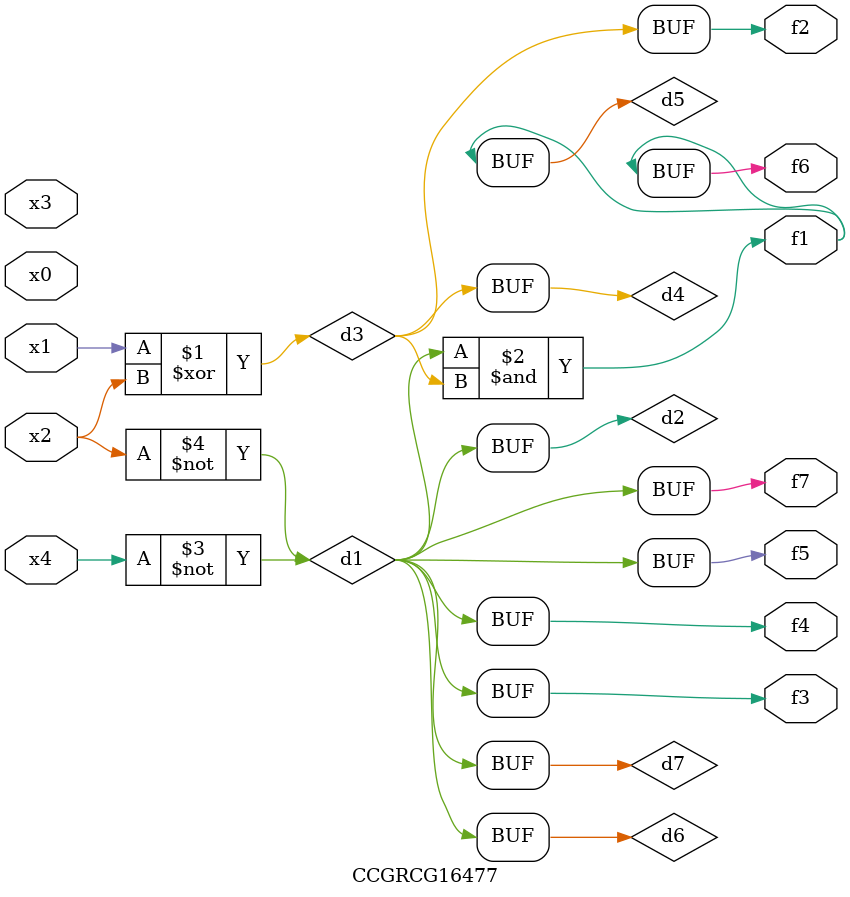
<source format=v>
module CCGRCG16477(
	input x0, x1, x2, x3, x4,
	output f1, f2, f3, f4, f5, f6, f7
);

	wire d1, d2, d3, d4, d5, d6, d7;

	not (d1, x4);
	not (d2, x2);
	xor (d3, x1, x2);
	buf (d4, d3);
	and (d5, d1, d3);
	buf (d6, d1, d2);
	buf (d7, d2);
	assign f1 = d5;
	assign f2 = d4;
	assign f3 = d7;
	assign f4 = d7;
	assign f5 = d7;
	assign f6 = d5;
	assign f7 = d7;
endmodule

</source>
